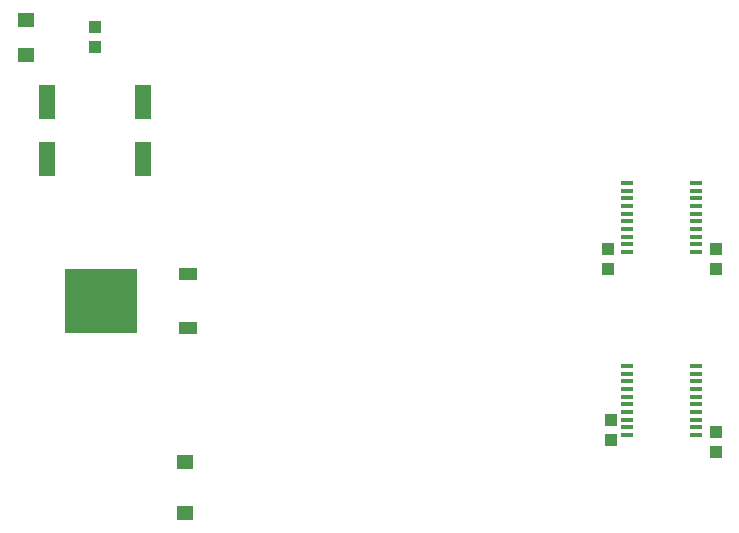
<source format=gtp>
G75*
G70*
%OFA0B0*%
%FSLAX24Y24*%
%IPPOS*%
%LPD*%
%AMOC8*
5,1,8,0,0,1.08239X$1,22.5*
%
%ADD10R,0.2441X0.2126*%
%ADD11R,0.0630X0.0394*%
%ADD12R,0.0551X0.1181*%
%ADD13R,0.0390X0.0120*%
%ADD14R,0.0394X0.0433*%
%ADD15R,0.0579X0.0500*%
%ADD16R,0.0551X0.0472*%
D10*
X004916Y011150D03*
D11*
X007790Y010252D03*
X007790Y012048D03*
D12*
X006300Y015905D03*
X003100Y015905D03*
X003100Y017795D03*
X006300Y017795D03*
D13*
X022451Y015102D03*
X022451Y014846D03*
X022451Y014590D03*
X022451Y014334D03*
X022451Y014078D03*
X022451Y013822D03*
X022451Y013566D03*
X022451Y013310D03*
X022451Y013054D03*
X022451Y012798D03*
X024749Y012798D03*
X024749Y013054D03*
X024749Y013310D03*
X024749Y013566D03*
X024749Y013822D03*
X024749Y014078D03*
X024749Y014334D03*
X024749Y014590D03*
X024749Y014846D03*
X024749Y015102D03*
X024749Y009002D03*
X024749Y008746D03*
X024749Y008490D03*
X024749Y008234D03*
X024749Y007978D03*
X024749Y007722D03*
X024749Y007466D03*
X024749Y007210D03*
X024749Y006954D03*
X024749Y006698D03*
X022451Y006698D03*
X022451Y006954D03*
X022451Y007210D03*
X022451Y007466D03*
X022451Y007722D03*
X022451Y007978D03*
X022451Y008234D03*
X022451Y008490D03*
X022451Y008746D03*
X022451Y009002D03*
D14*
X021900Y007185D03*
X021900Y006515D03*
X025400Y006785D03*
X025400Y006115D03*
X025400Y012215D03*
X025400Y012885D03*
X021800Y012885D03*
X021800Y012215D03*
X004700Y019615D03*
X004700Y020285D03*
D15*
X007700Y004104D03*
X007700Y005796D03*
D16*
X002400Y019359D03*
X002400Y020541D03*
M02*

</source>
